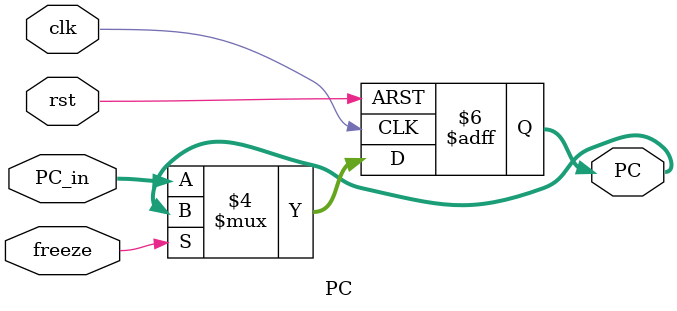
<source format=v>
`timescale 1ns/1ns

module PC(
  input[31:0] PC_in,
  input clk, rst, freeze,
  output reg[31:0] PC);
	always@(posedge clk, posedge rst)begin
		if(rst) PC <= 32'b0;
		else
		begin
			if( ~freeze ) PC <= PC_in;
			else PC <= PC;
		end
	end
endmodule

</source>
